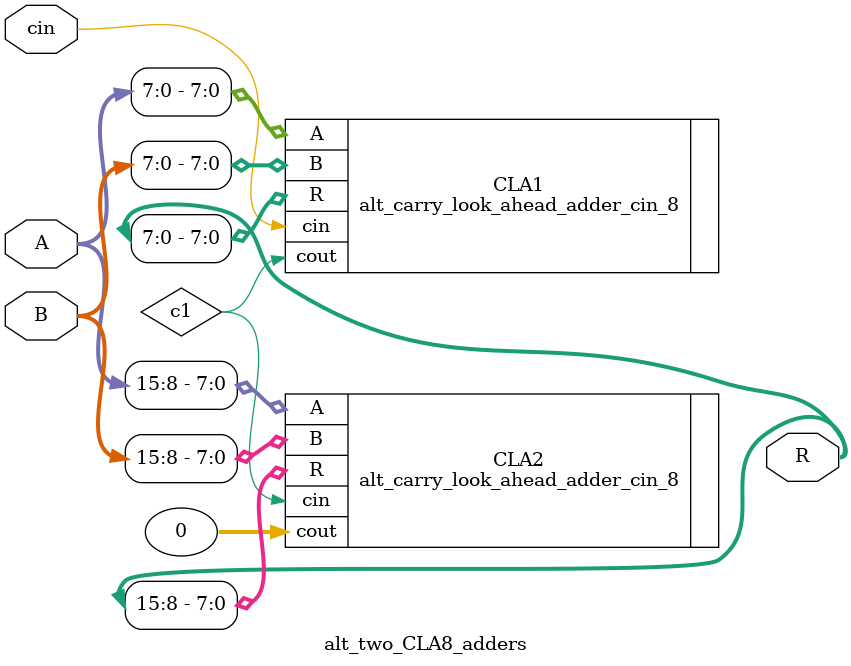
<source format=sv>
module alt_two_CLA8_adders
(

input [15:0] A, B,
input cin,
output [15:0] R
);
wire c1;
alt_carry_look_ahead_adder_cin_8 CLA1(.A(A[7:0]) , .B(B[7:0]) , .R(R[7:0]) , .cin(cin) , .cout(c1));
alt_carry_look_ahead_adder_cin_8 CLA2(.A(A[15:8]) , .B(B[15:8]) , .R(R[15:8]) , .cin(c1) , .cout(0));
endmodule

</source>
